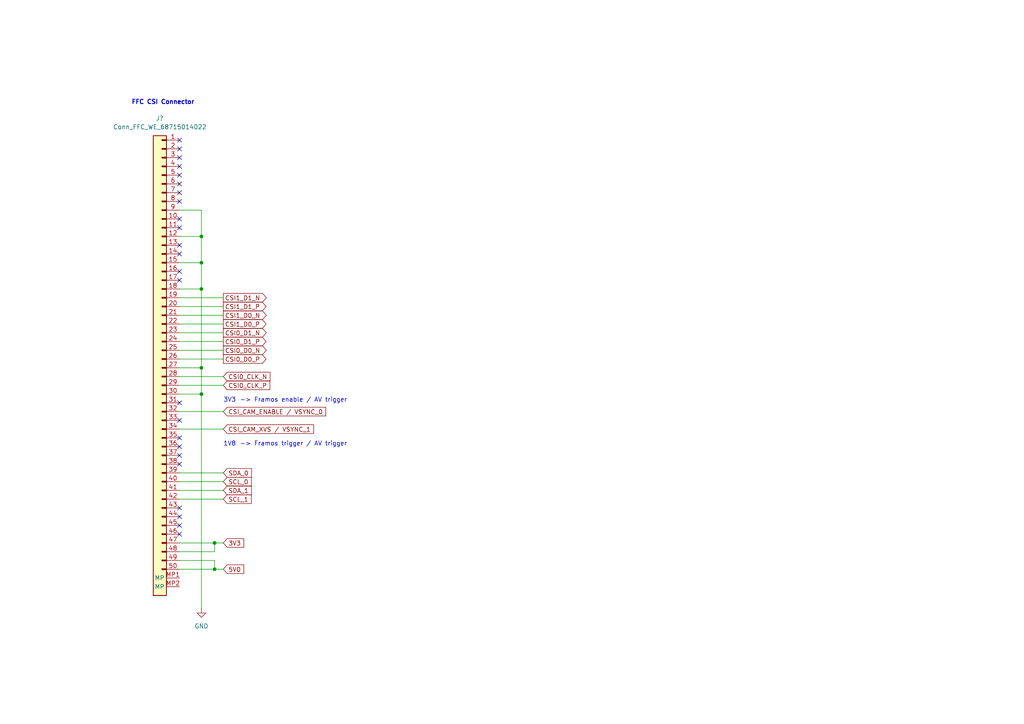
<source format=kicad_sch>
(kicad_sch (version 20211123) (generator eeschema)
  (paper "A4")
  (title_block (title "GSML Serializer ") (date "2023-11-28") (rev "1.0.0") (company "Antmicro Ltd") (comment 1 "www.antmicro.com"))
  (lib_symbols
    (symbol "antmicroFCCConnectors:Conn_FFC_WE_68715014022"
      (property "Reference" "J" (at 19.05 -5.08 0))
      (property "Value" "Conn_FFC_WE_68715014022" (at 19.05 -7.62 0))
      (symbol "Conn_FFC_WE_68715014022_1_1"
        (rectangle (start 3.81 -124.333) (end 5.08 -124.587) (stroke (width 0.254)) (fill (type background)))
        (rectangle (start 3.81 -121.793) (end 5.08 -122.047) (stroke (width 0.254)) (fill (type background)))
        (rectangle (start 3.81 -119.253) (end 5.08 -119.507) (stroke (width 0.254)) (fill (type background)))
        (rectangle (start 3.81 -116.713) (end 5.08 -116.967) (stroke (width 0.254)) (fill (type background)))
        (rectangle (start 3.81 -114.173) (end 5.08 -114.427) (stroke (width 0.254)) (fill (type background)))
        (rectangle (start 3.81 -111.633) (end 5.08 -111.887) (stroke (width 0.254)) (fill (type background)))
        (rectangle (start 3.81 -109.093) (end 5.08 -109.347) (stroke (width 0.254)) (fill (type background)))
        (rectangle (start 3.81 -106.553) (end 5.08 -106.807) (stroke (width 0.254)) (fill (type background)))
        (rectangle (start 3.81 -104.013) (end 5.08 -104.267) (stroke (width 0.254)) (fill (type background)))
        (rectangle (start 3.81 -101.473) (end 5.08 -101.727) (stroke (width 0.254)) (fill (type background)))
        (rectangle (start 3.81 -98.933) (end 5.08 -99.187) (stroke (width 0.254)) (fill (type background)))
        (rectangle (start 3.81 -96.393) (end 5.08 -96.647) (stroke (width 0.254)) (fill (type background)))
        (rectangle (start 3.81 -93.853) (end 5.08 -94.107) (stroke (width 0.254)) (fill (type background)))
        (rectangle (start 3.81 -91.313) (end 5.08 -91.567) (stroke (width 0.254)) (fill (type background)))
        (rectangle (start 3.81 -88.773) (end 5.08 -89.027) (stroke (width 0.254)) (fill (type background)))
        (rectangle (start 3.81 -86.233) (end 5.08 -86.487) (stroke (width 0.254)) (fill (type background)))
        (rectangle (start 3.81 -83.693) (end 5.08 -83.947) (stroke (width 0.254)) (fill (type background)))
        (rectangle (start 3.81 -81.153) (end 5.08 -81.407) (stroke (width 0.254)) (fill (type background)))
        (rectangle (start 3.81 -78.613) (end 5.08 -78.867) (stroke (width 0.254)) (fill (type background)))
        (rectangle (start 3.81 -76.073) (end 5.08 -76.327) (stroke (width 0.254)) (fill (type background)))
        (rectangle (start 3.81 -73.533) (end 5.08 -73.787) (stroke (width 0.254)) (fill (type background)))
        (rectangle (start 3.81 -70.993) (end 5.08 -71.247) (stroke (width 0.254)) (fill (type background)))
        (rectangle (start 3.81 -68.453) (end 5.08 -68.707) (stroke (width 0.254)) (fill (type background)))
        (rectangle (start 3.81 -65.913) (end 5.08 -66.167) (stroke (width 0.254)) (fill (type background)))
        (rectangle (start 3.81 -63.373) (end 5.08 -63.627) (stroke (width 0.254)) (fill (type background)))
        (rectangle (start 3.81 -60.833) (end 5.08 -61.087) (stroke (width 0.254)) (fill (type background)))
        (rectangle (start 3.81 -58.293) (end 5.08 -58.547) (stroke (width 0.254)) (fill (type background)))
        (rectangle (start 3.81 -55.753) (end 5.08 -56.007) (stroke (width 0.254)) (fill (type background)))
        (rectangle (start 3.81 -53.213) (end 5.08 -53.467) (stroke (width 0.254)) (fill (type background)))
        (rectangle (start 3.81 -50.673) (end 5.08 -50.927) (stroke (width 0.254)) (fill (type background)))
        (rectangle (start 3.81 -48.133) (end 5.08 -48.387) (stroke (width 0.254)) (fill (type background)))
        (rectangle (start 3.81 -45.593) (end 5.08 -45.847) (stroke (width 0.254)) (fill (type background)))
        (rectangle (start 3.81 -43.053) (end 5.08 -43.307) (stroke (width 0.254)) (fill (type background)))
        (rectangle (start 3.81 -40.513) (end 5.08 -40.767) (stroke (width 0.254)) (fill (type background)))
        (rectangle (start 3.81 -37.973) (end 5.08 -38.227) (stroke (width 0.254)) (fill (type background)))
        (rectangle (start 3.81 -35.433) (end 5.08 -35.687) (stroke (width 0.254)) (fill (type background)))
        (rectangle (start 3.81 -32.893) (end 5.08 -33.147) (stroke (width 0.254)) (fill (type background)))
        (rectangle (start 3.81 -30.353) (end 5.08 -30.607) (stroke (width 0.254)) (fill (type background)))
        (rectangle (start 3.81 -27.813) (end 5.08 -28.067) (stroke (width 0.254)) (fill (type background)))
        (rectangle (start 3.81 -25.273) (end 5.08 -25.527) (stroke (width 0.254)) (fill (type background)))
        (rectangle (start 3.81 -22.733) (end 5.08 -22.987) (stroke (width 0.254)) (fill (type background)))
        (rectangle (start 3.81 -20.193) (end 5.08 -20.447) (stroke (width 0.254)) (fill (type background)))
        (rectangle (start 3.81 -17.653) (end 5.08 -17.907) (stroke (width 0.254)) (fill (type background)))
        (rectangle (start 3.81 -15.113) (end 5.08 -15.367) (stroke (width 0.254)) (fill (type background)))
        (rectangle (start 3.81 -12.573) (end 5.08 -12.827) (stroke (width 0.254)) (fill (type background)))
        (rectangle (start 3.81 -10.033) (end 5.08 -10.287) (stroke (width 0.254)) (fill (type background)))
        (rectangle (start 3.81 -7.493) (end 5.08 -7.747) (stroke (width 0.254)) (fill (type background)))
        (rectangle (start 3.81 -4.953) (end 5.08 -5.207) (stroke (width 0.254)) (fill (type background)))
        (rectangle (start 3.81 -2.413) (end 5.08 -2.667) (stroke (width 0.254)) (fill (type background)))
        (rectangle (start 3.81 0.127) (end 5.08 -0.127) (stroke (width 0.254)) (fill (type background)))
        (rectangle (start 3.81 1.27) (end 7.62 -132.08) (stroke (width 0.254)) (fill (type background)))
        (pin passive line (at 0 0 0) (length 3.81) (name "~") (number "1"))
        (pin passive line (at 0 -22.86 0) (length 3.81) (name "~") (number "10"))
        (pin passive line (at 0 -25.4 0) (length 3.81) (name "~") (number "11"))
        (pin passive line (at 0 -27.94 0) (length 3.81) (name "~") (number "12"))
        (pin passive line (at 0 -30.48 0) (length 3.81) (name "~") (number "13"))
        (pin passive line (at 0 -33.02 0) (length 3.81) (name "~") (number "14"))
        (pin passive line (at 0 -35.56 0) (length 3.81) (name "~") (number "15"))
        (pin passive line (at 0 -38.1 0) (length 3.81) (name "~") (number "16"))
        (pin passive line (at 0 -40.64 0) (length 3.81) (name "~") (number "17"))
        (pin passive line (at 0 -43.18 0) (length 3.81) (name "~") (number "18"))
        (pin passive line (at 0 -45.72 0) (length 3.81) (name "~") (number "19"))
        (pin passive line (at 0 -2.54 0) (length 3.81) (name "~") (number "2"))
        (pin passive line (at 0 -48.26 0) (length 3.81) (name "~") (number "20"))
        (pin passive line (at 0 -50.8 0) (length 3.81) (name "~") (number "21"))
        (pin passive line (at 0 -53.34 0) (length 3.81) (name "~") (number "22"))
        (pin passive line (at 0 -55.88 0) (length 3.81) (name "~") (number "23"))
        (pin passive line (at 0 -58.42 0) (length 3.81) (name "~") (number "24"))
        (pin passive line (at 0 -60.96 0) (length 3.81) (name "~") (number "25"))
        (pin passive line (at 0 -63.5 0) (length 3.81) (name "~") (number "26"))
        (pin passive line (at 0 -66.04 0) (length 3.81) (name "~") (number "27"))
        (pin passive line (at 0 -68.58 0) (length 3.81) (name "~") (number "28"))
        (pin passive line (at 0 -71.12 0) (length 3.81) (name "~") (number "29"))
        (pin passive line (at 0 -5.08 0) (length 3.81) (name "~") (number "3"))
        (pin passive line (at 0 -73.66 0) (length 3.81) (name "~") (number "30"))
        (pin passive line (at 0 -76.2 0) (length 3.81) (name "~") (number "31"))
        (pin passive line (at 0 -78.74 0) (length 3.81) (name "~") (number "32"))
        (pin passive line (at 0 -81.28 0) (length 3.81) (name "~") (number "33"))
        (pin passive line (at 0 -83.82 0) (length 3.81) (name "~") (number "34"))
        (pin passive line (at 0 -86.36 0) (length 3.81) (name "~") (number "35"))
        (pin passive line (at 0 -88.9 0) (length 3.81) (name "~") (number "36"))
        (pin passive line (at 0 -91.44 0) (length 3.81) (name "~") (number "37"))
        (pin passive line (at 0 -93.98 0) (length 3.81) (name "~") (number "38"))
        (pin passive line (at 0 -96.52 0) (length 3.81) (name "~") (number "39"))
        (pin passive line (at 0 -7.62 0) (length 3.81) (name "~") (number "4"))
        (pin passive line (at 0 -99.06 0) (length 3.81) (name "~") (number "40"))
        (pin passive line (at 0 -101.6 0) (length 3.81) (name "~") (number "41"))
        (pin passive line (at 0 -104.14 0) (length 3.81) (name "~") (number "42"))
        (pin passive line (at 0 -106.68 0) (length 3.81) (name "~") (number "43"))
        (pin passive line (at 0 -109.22 0) (length 3.81) (name "~") (number "44"))
        (pin passive line (at 0 -111.76 0) (length 3.81) (name "~") (number "45"))
        (pin passive line (at 0 -114.3 0) (length 3.81) (name "~") (number "46"))
        (pin passive line (at 0 -116.84 0) (length 3.81) (name "~") (number "47"))
        (pin passive line (at 0 -119.38 0) (length 3.81) (name "~") (number "48"))
        (pin passive line (at 0 -121.92 0) (length 3.81) (name "~") (number "49"))
        (pin passive line (at 0 -10.16 0) (length 3.81) (name "~") (number "5"))
        (pin passive line (at 0 -124.46 0) (length 3.81) (name "~") (number "50"))
        (pin passive line (at 0 -12.7 0) (length 3.81) (name "~") (number "6"))
        (pin passive line (at 0 -15.24 0) (length 3.81) (name "~") (number "7"))
        (pin passive line (at 0 -17.78 0) (length 3.81) (name "~") (number "8"))
        (pin passive line (at 0 -20.32 0) (length 3.81) (name "~") (number "9"))
        (pin passive line (at 0 -127 0) (length 3.81) (name "MP") (number "MP1"))
        (pin passive line (at 0 -129.54 0) (length 3.81) (name "MP") (number "MP2"))
      )
    )
    (symbol "antmicropower:GND" (power) (pin_numbers hide) (pin_names hide)
      (property "Value" "GND" (at 8.89 -5.08 0))
      (symbol "GND_1_1"
        (polyline (pts (xy 0 0) (xy 0 -1.27) (xy 1.27 -1.27) (xy 0 -2.54) (xy -1.27 -1.27) (xy 0 -1.27)))
        (pin power_in line (at 0 0 270) (length 0) (name "GND") (number "1"))
      )
    )
  )
  (junction (at 58.42 106.68))
  (junction (at 62.23 165.1))
  (junction (at 58.42 114.3))
  (junction (at 58.42 68.58))
  (junction (at 62.23 157.48))
  (junction (at 58.42 83.82))
  (junction (at 58.42 76.2))
  (no_connect (at 52.07 71.12))
  (no_connect (at 52.07 58.42))
  (no_connect (at 52.07 45.72))
  (no_connect (at 52.07 50.8))
  (no_connect (at 52.07 53.34))
  (no_connect (at 52.07 40.64))
  (no_connect (at 52.07 134.62))
  (no_connect (at 52.07 121.92))
  (no_connect (at 52.07 55.88))
  (no_connect (at 52.07 147.32))
  (no_connect (at 52.07 81.28))
  (no_connect (at 52.07 152.4))
  (no_connect (at 52.07 43.18))
  (no_connect (at 52.07 73.66))
  (no_connect (at 52.07 127))
  (no_connect (at 52.07 66.04))
  (no_connect (at 52.07 63.5))
  (no_connect (at 52.07 129.54))
  (no_connect (at 52.07 149.86))
  (no_connect (at 52.07 116.84))
  (no_connect (at 52.07 48.26))
  (no_connect (at 52.07 132.08))
  (no_connect (at 52.07 154.94))
  (no_connect (at 52.07 78.74))
  (wire (pts (xy 58.42 83.82) (xy 58.42 106.68)))
  (wire (pts (xy 52.07 91.44) (xy 64.77 91.44)))
  (wire (pts (xy 58.42 76.2) (xy 58.42 83.82)))
  (wire (pts (xy 58.42 83.82) (xy 52.07 83.82)))
  (wire (pts (xy 52.07 99.06) (xy 64.77 99.06)))
  (wire (pts (xy 52.07 160.02) (xy 62.23 160.02)))
  (wire (pts (xy 52.07 142.24) (xy 64.77 142.24)))
  (wire (pts (xy 58.42 106.68) (xy 52.07 106.68)))
  (wire (pts (xy 62.23 157.48) (xy 64.77 157.48)))
  (wire (pts (xy 62.23 162.56) (xy 62.23 165.1)))
  (wire (pts (xy 52.07 109.22) (xy 64.77 109.22)))
  (wire (pts (xy 58.42 114.3) (xy 58.42 176.53)))
  (wire (pts (xy 52.07 111.76) (xy 64.77 111.76)))
  (wire (pts (xy 52.07 165.1) (xy 62.23 165.1)))
  (wire (pts (xy 58.42 106.68) (xy 58.42 114.3)))
  (wire (pts (xy 62.23 165.1) (xy 64.77 165.1)))
  (wire (pts (xy 58.42 76.2) (xy 52.07 76.2)))
  (wire (pts (xy 52.07 157.48) (xy 62.23 157.48)))
  (wire (pts (xy 62.23 157.48) (xy 62.23 160.02)))
  (wire (pts (xy 52.07 93.98) (xy 64.77 93.98)))
  (wire (pts (xy 58.42 68.58) (xy 52.07 68.58)))
  (wire (pts (xy 52.07 137.16) (xy 64.77 137.16)))
  (wire (pts (xy 52.07 144.78) (xy 64.77 144.78)))
  (wire (pts (xy 52.07 104.14) (xy 64.77 104.14)))
  (wire (pts (xy 52.07 86.36) (xy 64.77 86.36)))
  (wire (pts (xy 52.07 124.46) (xy 64.77 124.46)))
  (wire (pts (xy 58.42 60.96) (xy 58.42 68.58)))
  (wire (pts (xy 52.07 101.6) (xy 64.77 101.6)))
  (wire (pts (xy 58.42 68.58) (xy 58.42 76.2)))
  (wire (pts (xy 52.07 60.96) (xy 58.42 60.96)))
  (wire (pts (xy 52.07 88.9) (xy 64.77 88.9)))
  (wire (pts (xy 58.42 114.3) (xy 52.07 114.3)))
  (wire (pts (xy 52.07 162.56) (xy 62.23 162.56)))
  (wire (pts (xy 52.07 119.38) (xy 64.77 119.38)))
  (wire (pts (xy 52.07 139.7) (xy 64.77 139.7)))
  (wire (pts (xy 52.07 96.52) (xy 64.77 96.52)))
  (text "1V8	-> Framos trigger / AV trigger" (at 64.77 129.54 0) (effects (font (size 1.27 1.27)) (justify left bottom)))
  (text "3V3	-> Framos enable / AV trigger" (at 64.77 116.84 0) (effects (font (size 1.27 1.27)) (justify left bottom)))
  (text "FFC CSI Connector" (at 38.1 30.48 0) (effects (font (size 1.27 1.27) (thickness 0.254) bold) (justify left bottom)))
  (global_label "CSI0_CLK_P" (shape input) (at 64.77 111.76 0) (property "Intersheet References" "${INTERSHEET_REFS}" (effects hide)))
  (global_label "3V3" (shape input) (at 64.77 157.48 0) (property "Intersheet References" "${INTERSHEET_REFS}" (effects hide)))
  (global_label "CSI0_CLK_N" (shape input) (at 64.77 109.22 0) (property "Intersheet References" "${INTERSHEET_REFS}" (effects hide)))
  (global_label "CSI1_D0_N" (shape output) (at 64.77 91.44 0) (property "Intersheet References" "${INTERSHEET_REFS}" (effects hide)))
  (global_label "CSI0_D0_P" (shape output) (at 64.77 104.14 0) (property "Intersheet References" "${INTERSHEET_REFS}" (effects hide)))
  (global_label "CSI0_D0_N" (shape output) (at 64.77 101.6 0) (property "Intersheet References" "${INTERSHEET_REFS}" (effects hide)))
  (global_label "CSI1_D1_N" (shape output) (at 64.77 86.36 0) (property "Intersheet References" "${INTERSHEET_REFS}" (effects hide)))
  (global_label "SDA_0" (shape input) (at 64.77 137.16 0) (property "Intersheet References" "${INTERSHEET_REFS}" (effects hide)))
  (global_label "SCL_1" (shape input) (at 64.77 144.78 0) (property "Intersheet References" "${INTERSHEET_REFS}" (effects hide)))
  (global_label "SDA_1" (shape input) (at 64.77 142.24 0) (property "Intersheet References" "${INTERSHEET_REFS}" (effects hide)))
  (global_label "CSI0_D1_N" (shape output) (at 64.77 96.52 0) (property "Intersheet References" "${INTERSHEET_REFS}" (effects hide)))
  (global_label "CSI_CAM_ENABLE {slash} VSYNC_0" (shape input) (at 64.77 119.38 0) (property "Intersheet References" "${INTERSHEET_REFS}" (effects hide)))
  (global_label "CSI0_D1_P" (shape output) (at 64.77 99.06 0) (property "Intersheet References" "${INTERSHEET_REFS}" (effects hide)))
  (global_label "CSI_CAM_XVS {slash} VSYNC_1" (shape input) (at 64.77 124.46 0) (property "Intersheet References" "${INTERSHEET_REFS}" (effects hide)))
  (global_label "CSI1_D1_P" (shape output) (at 64.77 88.9 0) (property "Intersheet References" "${INTERSHEET_REFS}" (effects hide)))
  (global_label "5V0" (shape input) (at 64.77 165.1 0) (property "Intersheet References" "${INTERSHEET_REFS}" (effects hide)))
  (global_label "CSI1_D0_P" (shape output) (at 64.77 93.98 0) (property "Intersheet References" "${INTERSHEET_REFS}" (effects hide)))
  (global_label "SCL_0" (shape input) (at 64.77 139.7 0) (property "Intersheet References" "${INTERSHEET_REFS}" (effects hide)))
  (symbol (lib_id "antmicropower:GND") (at 58.42 176.53 0) (unit 1)
    (property "Reference" "#PWR?" (effects hide))
    (property "Value" "GND" (at 58.42 181.61 0))
    (property "Author" "Antmicro" (effects hide))
    (property "License" "Apache-2.0" (effects hide))
  )
  (symbol (lib_id "antmicroFCCConnectors:Conn_FFC_WE_68715014022") (at 52.07 40.64 0) (mirror y) (unit 1)
    (property "Reference" "J?" (at 46.355 34.29 0))
    (property "Value" "Conn_FFC_WE_68715014022" (at 46.355 36.83 0))
    (property "Footprint" "antmicro-footprints:Conn_FFC_WE_68715014x22" (effects hide))
    (property "Datasheet" "https://www.we-online.com/components/products/datasheet/68715014022.pdf" (effects hide))
    (property "MPN" "68715014022" (effects hide))
    (property "Manufacturer" "Würth Elektronik" (effects hide))
    (property "Author" "Antmicro" (effects hide))
    (property "License" "Apache-2.0" (effects hide))
  )
)
</source>
